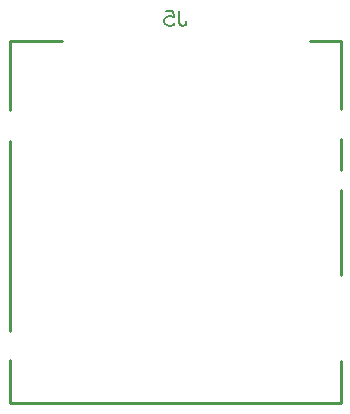
<source format=gbr>
%TF.GenerationSoftware,Novarm,DipTrace,3.2.0.1*%
%TF.CreationDate,2018-03-01T22:24:23+00:00*%
%FSLAX26Y26*%
%MOIN*%
%TF.FileFunction,Legend,Bot*%
%TF.Part,Single*%
%ADD10C,0.009843*%
%ADD90C,0.00772*%
G75*
G01*
%LPD*%
X2560906Y1280454D2*
D10*
Y1505961D1*
X2458386D1*
X2560906Y1178175D2*
Y1075896D1*
Y1009353D2*
Y725929D1*
Y438808D2*
Y300793D1*
X1457598D1*
Y442505D1*
Y541087D2*
Y1174478D1*
Y1276757D2*
Y1505961D1*
X1630906D1*
X2021752Y1606294D2*
D90*
Y1568047D1*
X2024129Y1560862D1*
X2026561Y1558486D1*
X2031314Y1556054D1*
X2036122D1*
X2040876Y1558486D1*
X2043252Y1560862D1*
X2045684Y1568047D1*
Y1572801D1*
X1977628Y1606239D2*
X2001505D1*
X2003881Y1584739D1*
X2001505Y1587115D1*
X1994320Y1589547D1*
X1987190D1*
X1980005Y1587115D1*
X1975196Y1582362D1*
X1972820Y1575177D1*
Y1570424D1*
X1975196Y1563239D1*
X1980005Y1558431D1*
X1987190Y1556054D1*
X1994320D1*
X2001505Y1558431D1*
X2003881Y1560862D1*
X2006313Y1565616D1*
M02*

</source>
